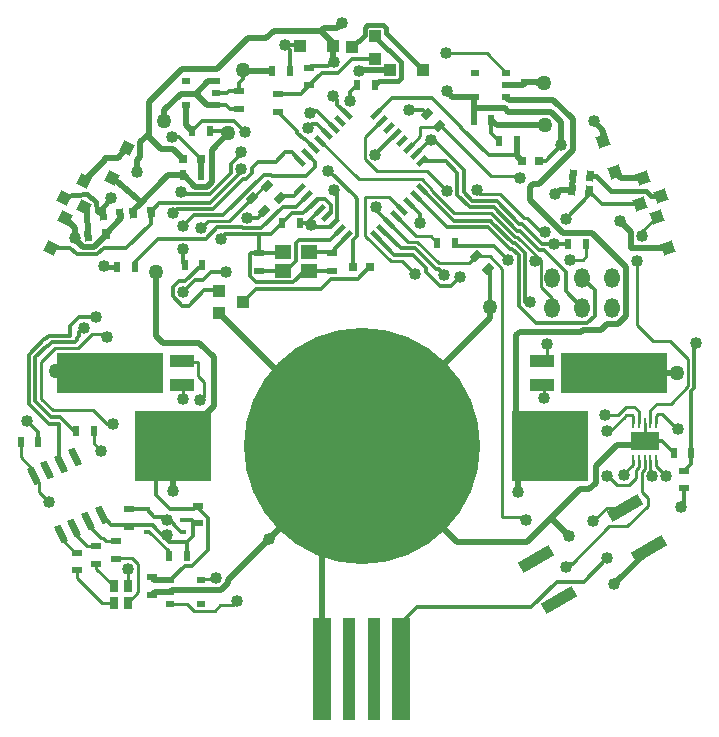
<source format=gtl>
%FSLAX25Y25*%
%MOIN*%
G70*
G01*
G75*
G04 Layer_Physical_Order=1*
G04 Layer_Color=255*
%ADD10R,0.04331X0.33858*%
%ADD11R,0.05906X0.33858*%
G04:AMPARAMS|DCode=12|XSize=118.11mil|YSize=39.37mil|CornerRadius=0mil|HoleSize=0mil|Usage=FLASHONLY|Rotation=210.000|XOffset=0mil|YOffset=0mil|HoleType=Round|Shape=Rectangle|*
%AMROTATEDRECTD12*
4,1,4,0.04130,0.04658,0.06099,0.01248,-0.04130,-0.04658,-0.06099,-0.01248,0.04130,0.04658,0.0*
%
%ADD12ROTATEDRECTD12*%

G04:AMPARAMS|DCode=13|XSize=39.37mil|YSize=15.75mil|CornerRadius=0mil|HoleSize=0mil|Usage=FLASHONLY|Rotation=315.000|XOffset=0mil|YOffset=0mil|HoleType=Round|Shape=Rectangle|*
%AMROTATEDRECTD13*
4,1,4,-0.01949,0.00835,-0.00835,0.01949,0.01949,-0.00835,0.00835,-0.01949,-0.01949,0.00835,0.0*
%
%ADD13ROTATEDRECTD13*%

G04:AMPARAMS|DCode=14|XSize=39.37mil|YSize=15.75mil|CornerRadius=0mil|HoleSize=0mil|Usage=FLASHONLY|Rotation=225.000|XOffset=0mil|YOffset=0mil|HoleType=Round|Shape=Rectangle|*
%AMROTATEDRECTD14*
4,1,4,0.00835,0.01949,0.01949,0.00835,-0.00835,-0.01949,-0.01949,-0.00835,0.00835,0.01949,0.0*
%
%ADD14ROTATEDRECTD14*%

%ADD15R,0.02362X0.01575*%
%ADD16R,0.25590X0.23622*%
%ADD17C,0.78740*%
%ADD18R,0.02362X0.03543*%
%ADD19R,0.03543X0.02362*%
%ADD20R,0.07874X0.03937*%
%ADD21R,0.35433X0.13386*%
G04:AMPARAMS|DCode=22|XSize=23.62mil|YSize=35.43mil|CornerRadius=0mil|HoleSize=0mil|Usage=FLASHONLY|Rotation=176.000|XOffset=0mil|YOffset=0mil|HoleType=Round|Shape=Rectangle|*
%AMROTATEDRECTD22*
4,1,4,0.01302,0.01685,0.01055,-0.01850,-0.01302,-0.01685,-0.01055,0.01850,0.01302,0.01685,0.0*
%
%ADD22ROTATEDRECTD22*%

G04:AMPARAMS|DCode=23|XSize=23.62mil|YSize=35.43mil|CornerRadius=0mil|HoleSize=0mil|Usage=FLASHONLY|Rotation=135.000|XOffset=0mil|YOffset=0mil|HoleType=Round|Shape=Rectangle|*
%AMROTATEDRECTD23*
4,1,4,0.02088,0.00418,-0.00418,-0.02088,-0.02088,-0.00418,0.00418,0.02088,0.02088,0.00418,0.0*
%
%ADD23ROTATEDRECTD23*%

G04:AMPARAMS|DCode=24|XSize=23.62mil|YSize=35.43mil|CornerRadius=0mil|HoleSize=0mil|Usage=FLASHONLY|Rotation=4.000|XOffset=0mil|YOffset=0mil|HoleType=Round|Shape=Rectangle|*
%AMROTATEDRECTD24*
4,1,4,-0.01055,-0.01850,-0.01302,0.01685,0.01055,0.01850,0.01302,-0.01685,-0.01055,-0.01850,0.0*
%
%ADD24ROTATEDRECTD24*%

%ADD25R,0.03937X0.03937*%
%ADD26P,0.05568X4X379.0*%
%ADD27P,0.05568X4X65.0*%
%ADD28R,0.05512X0.04724*%
%ADD29R,0.03150X0.02165*%
G04:AMPARAMS|DCode=30|XSize=23.62mil|YSize=61.02mil|CornerRadius=0mil|HoleSize=0mil|Usage=FLASHONLY|Rotation=25.000|XOffset=0mil|YOffset=0mil|HoleType=Round|Shape=Rectangle|*
%AMROTATEDRECTD30*
4,1,4,0.00219,-0.03265,-0.02360,0.02266,-0.00219,0.03265,0.02360,-0.02266,0.00219,-0.03265,0.0*
%
%ADD30ROTATEDRECTD30*%

%ADD31R,0.00984X0.03347*%
%ADD32R,0.09370X0.06496*%
%ADD33R,0.03150X0.03150*%
%ADD34R,0.02756X0.03937*%
%ADD35R,0.03937X0.03937*%
%ADD36P,0.05568X4X109.0*%
%ADD37P,0.05568X4X335.0*%
%ADD38C,0.02000*%
%ADD39C,0.01200*%
%ADD40C,0.01000*%
%ADD41C,0.01800*%
%ADD42C,0.01500*%
%ADD43O,0.05118X0.06693*%
%ADD44R,0.00394X0.00394*%
%ADD45C,0.04000*%
%ADD46C,0.05000*%
G54D10*
X395866Y141350D02*
D03*
X404134D02*
D03*
G54D11*
X413189D02*
D03*
X386811D02*
D03*
G54D12*
X457999Y177742D02*
D03*
X487833Y194967D02*
D03*
X495707Y181329D02*
D03*
X465873Y164104D02*
D03*
G54D13*
X379578Y310533D02*
D03*
X381805Y312760D02*
D03*
X384032Y314987D02*
D03*
X386259Y317214D02*
D03*
X388486Y319441D02*
D03*
X390713Y321668D02*
D03*
X392940Y323895D02*
D03*
X395167Y326122D02*
D03*
X420222Y301067D02*
D03*
X417995Y298840D02*
D03*
X415768Y296613D02*
D03*
X413541Y294386D02*
D03*
X411314Y292159D02*
D03*
X409087Y289932D02*
D03*
X406860Y287705D02*
D03*
X404633Y285478D02*
D03*
G54D14*
X404633Y326122D02*
D03*
X406860Y323895D02*
D03*
X409087Y321668D02*
D03*
X411314Y319441D02*
D03*
X413541Y317214D02*
D03*
X415768Y314987D02*
D03*
X417995Y312760D02*
D03*
X420222Y310533D02*
D03*
X395167Y285478D02*
D03*
X392940Y287705D02*
D03*
X390713Y289932D02*
D03*
X388486Y292159D02*
D03*
X386259Y294386D02*
D03*
X384032Y296613D02*
D03*
X381805Y298840D02*
D03*
X379578Y301067D02*
D03*
G54D15*
X328495Y187060D02*
D03*
X328306Y194540D02*
D03*
X340305D02*
D03*
Y187060D02*
D03*
Y190800D02*
D03*
G54D16*
X337205Y215400D02*
D03*
X462795D02*
D03*
G54D17*
X400000D02*
D03*
G54D18*
X286347Y216800D02*
D03*
X292253D02*
D03*
X304747Y220700D02*
D03*
X310653D02*
D03*
X335747Y178900D02*
D03*
X341653D02*
D03*
X509953Y213200D02*
D03*
X504047D02*
D03*
X474853Y282900D02*
D03*
X468947D02*
D03*
X431153Y283300D02*
D03*
X425247D02*
D03*
X443253Y324300D02*
D03*
X437347D02*
D03*
X451853Y317300D02*
D03*
X445947D02*
D03*
X376053Y340500D02*
D03*
X370147D02*
D03*
X343447Y320500D02*
D03*
X349353D02*
D03*
X340547Y305800D02*
D03*
X346453D02*
D03*
X373447Y289900D02*
D03*
X379353D02*
D03*
X341047Y276000D02*
D03*
X346953D02*
D03*
X324453Y275200D02*
D03*
X318547D02*
D03*
X398547Y336000D02*
D03*
X404453D02*
D03*
G54D19*
X305100Y174147D02*
D03*
Y180053D02*
D03*
X311500Y182253D02*
D03*
Y176347D02*
D03*
X318100Y177847D02*
D03*
Y183753D02*
D03*
X330000Y171753D02*
D03*
Y165847D02*
D03*
X345400Y195653D02*
D03*
Y189747D02*
D03*
X322300Y188547D02*
D03*
Y194453D02*
D03*
X507600Y201447D02*
D03*
Y207353D02*
D03*
X454700Y336953D02*
D03*
Y331047D02*
D03*
X382600Y335747D02*
D03*
Y341653D02*
D03*
X372200Y332953D02*
D03*
Y327047D02*
D03*
X359100Y328047D02*
D03*
Y333953D02*
D03*
X365900Y279953D02*
D03*
Y274047D02*
D03*
X390000Y279953D02*
D03*
Y274047D02*
D03*
G54D20*
X340000Y243937D02*
D03*
Y236063D02*
D03*
X460000D02*
D03*
Y243937D02*
D03*
G54D21*
X315984Y240000D02*
D03*
X484016D02*
D03*
G54D22*
X475913Y300473D02*
D03*
X470022Y300885D02*
D03*
X470378Y305973D02*
D03*
X476269Y305561D02*
D03*
G54D23*
X442288Y274612D02*
D03*
X438112Y278788D02*
D03*
X421712Y326288D02*
D03*
X425888Y322112D02*
D03*
X368612Y302388D02*
D03*
X372788Y298212D02*
D03*
X363412Y298088D02*
D03*
X367588Y293912D02*
D03*
G54D24*
X314815Y286070D02*
D03*
X308924Y285658D02*
D03*
X313665Y292405D02*
D03*
X319556Y292817D02*
D03*
X323826Y293316D02*
D03*
X329717Y293728D02*
D03*
G54D25*
X352426Y259760D02*
D03*
Y267240D02*
D03*
X360300Y263500D02*
D03*
X404581Y352181D02*
D03*
Y344701D02*
D03*
X396707Y348441D02*
D03*
G54D26*
X307469Y303818D02*
D03*
X300656Y298380D02*
D03*
X307379Y295101D02*
D03*
G54D27*
X493643Y304927D02*
D03*
X492822Y296249D02*
D03*
X499851Y298807D02*
D03*
G54D28*
X373869Y273950D02*
D03*
X382531D02*
D03*
Y280250D02*
D03*
X373869D02*
D03*
G54D29*
X336182Y166900D02*
D03*
Y170837D02*
D03*
Y162963D02*
D03*
X346418D02*
D03*
Y170837D02*
D03*
X341382Y329263D02*
D03*
Y337137D02*
D03*
X351618D02*
D03*
Y329263D02*
D03*
Y333200D02*
D03*
X437882Y332063D02*
D03*
Y339937D02*
D03*
X448118D02*
D03*
Y332063D02*
D03*
Y336000D02*
D03*
G54D30*
X299695Y186196D02*
D03*
X304227Y188310D02*
D03*
X308758Y190423D02*
D03*
X313290Y192536D02*
D03*
X304305Y211804D02*
D03*
X299773Y209690D02*
D03*
X295242Y207577D02*
D03*
X290710Y205464D02*
D03*
G54D31*
X498237Y223202D02*
D03*
X496269D02*
D03*
X494300D02*
D03*
X492332D02*
D03*
X490363D02*
D03*
Y210998D02*
D03*
X492332D02*
D03*
X494300D02*
D03*
X496269D02*
D03*
X498237D02*
D03*
G54D32*
X494300Y217100D02*
D03*
G54D33*
X340600Y311100D02*
D03*
X346505D02*
D03*
X453300Y310700D02*
D03*
X459205D02*
D03*
X397000Y275300D02*
D03*
X402906D02*
D03*
G54D34*
X317338Y168756D02*
D03*
Y163244D02*
D03*
X322062D02*
D03*
Y168756D02*
D03*
G54D35*
X390512Y349000D02*
D03*
X379488D02*
D03*
X409488Y340800D02*
D03*
X420512D02*
D03*
G54D36*
X296380Y281500D02*
D03*
X301213Y291407D02*
D03*
X321734Y314777D02*
D03*
X316902Y304869D02*
D03*
G54D37*
X502102Y281490D02*
D03*
X498332Y291849D02*
D03*
X480612Y317322D02*
D03*
X484382Y306963D02*
D03*
G54D38*
X465169Y288615D02*
X467213Y286572D01*
X465000Y288615D02*
X465169D01*
X323787Y293878D02*
X326380Y296861D01*
X317148Y304886D02*
X326380Y296861D01*
X316901Y304869D02*
X317148Y304886D01*
X467213Y286572D02*
X476821D01*
X456200Y297415D02*
X465000Y288615D01*
X456200Y297415D02*
Y301900D01*
X457200Y302900D01*
X428512Y333800D02*
X430249Y332063D01*
X428300Y333800D02*
X428512D01*
X391900Y354900D02*
X393600Y356600D01*
X387475Y354900D02*
X391900D01*
X399200Y340700D02*
X399300Y340800D01*
X409488D01*
X361100Y340500D02*
X370147D01*
X386543Y353969D02*
X390512Y350000D01*
Y343788D02*
Y349000D01*
X307379Y295101D02*
X308321Y294282D01*
X308924Y285658D01*
X319556Y292817D02*
X319640Y291620D01*
X314815Y286070D02*
X319640Y291620D01*
X337000Y314700D02*
X340600Y311100D01*
X333000Y314700D02*
X337000D01*
X329000Y318700D02*
X333000Y314700D01*
X323787Y293878D02*
X323826Y293316D01*
X396892Y275300D02*
X397000D01*
X331600Y252300D02*
X333925Y249975D01*
X345925D02*
X350700Y245200D01*
X333925Y249975D02*
X345925D01*
X301207Y291483D02*
X301213Y291407D01*
X488059Y258866D02*
Y275333D01*
X476821Y286572D02*
X488059Y275333D01*
X463853Y331047D02*
X470400Y324500D01*
X351947Y341347D02*
X362066Y351466D01*
X368248D01*
X370751Y353969D01*
X479653Y254153D02*
X481753Y256254D01*
X473825Y254153D02*
X479653D01*
X481753Y256254D02*
X485447D01*
X488059Y258866D01*
X452700Y253600D02*
X473271D01*
X473825Y254153D01*
X340672Y305800D02*
X344443Y302028D01*
X350080Y314380D02*
X355600Y319900D01*
X454700Y336953D02*
X454747Y337000D01*
X453747Y336000D02*
X454700Y336953D01*
X448118Y336000D02*
X453747D01*
X454747Y337000D02*
X458100D01*
X458700Y336400D01*
X460900D01*
X344761Y333000D02*
X348498Y329263D01*
X351618D01*
X344761Y333000D02*
X348898Y337137D01*
X337205Y215400D02*
X350700Y228895D01*
X454700Y331047D02*
X463853D01*
X451600Y226595D02*
X462795Y215400D01*
X485000Y216000D02*
X493200D01*
X494300Y217100D01*
X451600Y226595D02*
Y252500D01*
X400000Y215400D02*
X442900Y258300D01*
Y261800D01*
X484016Y240000D02*
X505000D01*
X350700Y228895D02*
Y245200D01*
X386811Y142532D02*
Y163189D01*
X386700Y163300D02*
X386811Y163189D01*
X386700Y163300D02*
Y202100D01*
X331600Y252300D02*
Y273600D01*
X341382Y322565D02*
Y329263D01*
Y322565D02*
X343447Y320500D01*
X346453Y305800D02*
Y311047D01*
X346505Y311100D01*
X451600Y252500D02*
X452700Y253600D01*
X348898Y337137D02*
X351618D01*
X449134Y331047D02*
X454700D01*
X448118Y332063D02*
X449134Y331047D01*
X339633Y333000D02*
X344761D01*
X334200Y327567D02*
X339633Y333000D01*
X334200Y324000D02*
Y327567D01*
X338979Y340220D02*
X339126D01*
X340253Y341347D01*
X351947D01*
X437347Y331528D02*
X437882Y332063D01*
X430249D02*
X437882D01*
X337205Y200495D02*
Y215400D01*
X437347Y328300D02*
X447639D01*
X448939Y327000D01*
X463064D01*
X466600Y323464D01*
Y315800D02*
Y323464D01*
X437347Y324300D02*
Y328300D01*
Y331528D01*
X445053Y322500D02*
X461200D01*
X443253Y324300D02*
X445053Y322500D01*
X451853Y312147D02*
Y317300D01*
Y312147D02*
X453300Y310700D01*
X344443Y302028D02*
X348462D01*
X350080Y303646D01*
Y314380D01*
X386700Y161611D02*
Y163300D01*
X370751Y353969D02*
X386543D01*
X387475Y354900D01*
X452100Y200300D02*
Y204705D01*
X462795Y215400D01*
X465582Y212613D01*
X390512Y343788D02*
X390800Y343500D01*
X329000Y330241D02*
X338979Y340220D01*
X470500Y314185D02*
Y317515D01*
X470400Y317615D02*
Y324500D01*
X486418Y304927D02*
X493643D01*
X484382Y306963D02*
X486418Y304927D01*
X457200Y302900D02*
X459215D01*
X470500Y314185D01*
X480612Y317322D02*
Y320488D01*
X477300Y323800D02*
X480612Y320488D01*
X464600Y299500D02*
X465985Y300885D01*
X470022D01*
Y300885D02*
Y300885D01*
X470378Y305973D01*
X486000Y290500D02*
X489700Y286800D01*
Y281700D02*
Y286800D01*
Y281700D02*
X489910Y281490D01*
X502102D01*
X318657Y311700D02*
X321734Y314777D01*
X314400Y311700D02*
X318657D01*
X314400Y310748D02*
Y311700D01*
X307469Y303818D02*
X314400Y310748D01*
X325039Y295318D02*
X335521Y305800D01*
X340547D01*
X326266Y316966D02*
X329000Y319700D01*
X326266Y311917D02*
Y316966D01*
X325100Y310751D02*
X326266Y311917D01*
X325100Y306800D02*
Y310751D01*
X304354Y285000D02*
Y288267D01*
X301213Y291407D02*
X304354Y288267D01*
X329000Y318700D02*
Y319700D01*
Y330241D01*
X304354Y284637D02*
Y285000D01*
Y284637D02*
X307082Y281908D01*
X310848D01*
X314815Y285875D01*
Y286070D01*
X369100Y184500D02*
X386700Y202100D01*
X400000Y215400D01*
X331053Y166900D02*
X336182D01*
X330000Y165847D02*
X331053Y166900D01*
X330916Y170837D02*
X336182D01*
X330000Y171753D02*
X330916Y170837D01*
X336182Y166900D02*
X336782Y167500D01*
X353215D01*
X355500Y169785D01*
Y170900D01*
X369100Y184500D01*
X472800Y201100D02*
X475789D01*
X478000Y203311D01*
Y209000D01*
X485000Y216000D01*
X431850Y183550D02*
X455250D01*
X400000Y215400D02*
X431850Y183550D01*
X463600Y191100D02*
Y191900D01*
Y191100D02*
X469000Y185700D01*
X484200Y169500D02*
X495707Y181007D01*
Y181329D01*
X455250Y183550D02*
X463600Y191900D01*
X472800Y201100D01*
X400000Y247900D02*
X404000Y251900D01*
X400000Y215400D02*
Y247900D01*
X352426Y259760D02*
X396786Y215400D01*
X400000D01*
X389250Y307300D02*
X389815D01*
G54D39*
X436950Y297300D02*
X445066D01*
X434100Y300150D02*
X436950Y297300D01*
X436080Y295200D02*
X444012D01*
X431930Y299351D02*
X436080Y295200D01*
X434100Y300150D02*
Y307530D01*
X424530Y317100D02*
X434100Y307530D01*
X431930Y299351D02*
Y306730D01*
X428128Y310533D02*
X431930Y306730D01*
X430800Y290500D02*
X443000D01*
X442228Y288400D02*
X449428Y281200D01*
X428436Y288400D02*
X442228D01*
X417995Y298840D02*
X428436Y288400D01*
X430100Y291200D02*
X430800Y290500D01*
X430090Y291200D02*
X430100D01*
X420222Y301067D02*
X430090Y291200D01*
X420222Y310533D02*
X428128D01*
X422500Y317100D02*
X424530D01*
X347528Y267580D02*
X352500D01*
X420600Y327400D02*
X421712Y326288D01*
X415800Y327400D02*
X420600D01*
X444124Y282376D02*
X448800Y277700D01*
X432077Y282376D02*
X444124D01*
X431153Y283300D02*
X432077Y282376D01*
X425700Y274400D02*
X427600Y272500D01*
X424872Y274400D02*
X425700D01*
X417872Y281400D02*
X424872Y274400D01*
X413165Y281400D02*
X417872D01*
X421400Y273609D02*
Y274800D01*
X417000Y279200D02*
X421400Y274800D01*
X412253Y279200D02*
X417000D01*
X396000Y330600D02*
Y333453D01*
X398547Y336000D01*
X361100Y340500D02*
X361372Y340228D01*
X360600Y341000D02*
X361100Y340500D01*
X379488Y350000D02*
X379953D01*
X379388Y349100D02*
X379488Y349000D01*
X374500Y349100D02*
X379388D01*
X374500D02*
X376053Y347547D01*
Y340500D02*
Y347547D01*
X388824Y342100D02*
X390512Y343788D01*
X383047Y342100D02*
X388824D01*
X382600Y341653D02*
X383047Y342100D01*
X396951Y344701D02*
X404581D01*
X392250Y340000D02*
X396951Y344701D01*
X386853Y340000D02*
X392250D01*
X382600Y335747D02*
X386853Y340000D01*
X379805Y332953D02*
X382600Y335747D01*
X372200Y332953D02*
X379805D01*
X372200Y327047D02*
X378600Y320647D01*
X353100Y284600D02*
X354600Y286100D01*
X351850Y288400D02*
X360250D01*
X348050Y284600D02*
X351850Y288400D01*
X349900Y273600D02*
X354700D01*
X347096Y270796D02*
X349900Y273600D01*
X344396Y270796D02*
X347096D01*
X403428Y343547D02*
X404581Y344701D01*
X403400Y343547D02*
X403428D01*
X457993Y256653D02*
X475281D01*
X477659Y259031D01*
X413189Y156689D02*
X418300Y161800D01*
X413189Y154811D02*
Y156689D01*
X443253Y290346D02*
X450298Y283300D01*
X444077Y295178D02*
X451955Y287300D01*
X349353Y320500D02*
X355000D01*
X355953Y333953D02*
X359100D01*
X355200Y333200D02*
X355953Y333953D01*
X351618Y333200D02*
X355200D01*
X359100Y333953D02*
Y336400D01*
X360600Y337900D01*
Y341000D01*
X356053Y328047D02*
X359100D01*
X354837Y329263D02*
X356053Y328047D01*
X351618Y329263D02*
X354837D01*
X331500Y209695D02*
X337205Y215400D01*
X331500Y199080D02*
Y209695D01*
Y199080D02*
X336040Y194540D01*
X340305D01*
X404633Y285478D02*
X410884Y279227D01*
X412227D01*
X412253Y279200D01*
X406860Y287705D02*
X413165Y281400D01*
X421400Y273609D02*
X426109Y268900D01*
X429800D02*
X432700Y271800D01*
X426109Y268900D02*
X429800D01*
X306400Y254100D02*
X307300Y255000D01*
X374400Y313400D02*
X376710D01*
X379578Y310533D01*
X328306Y194540D02*
X330946Y191900D01*
X337524Y189350D02*
Y189576D01*
X339814Y187060D02*
X340305D01*
X337524Y189350D02*
X339814Y187060D01*
X341653Y178900D02*
Y183553D01*
X413189Y142532D02*
Y154811D01*
X412900Y155100D02*
X413189Y154811D01*
X330946Y191900D02*
X334000D01*
X335000Y190900D01*
X343300Y190800D02*
X343751Y190349D01*
X341653Y183553D02*
X341800Y183700D01*
X343751Y185651D01*
X335900Y183700D02*
X341800D01*
X340305Y190800D02*
X343300D01*
X382600Y290727D02*
X386259Y294386D01*
X388486Y292159D02*
Y292186D01*
X389392Y288610D02*
X390713Y289932D01*
X384717Y288610D02*
X389392D01*
X382600Y290727D02*
X384717Y288610D01*
X357300Y324000D02*
X361100Y320200D01*
X346947Y324000D02*
X357300D01*
X343447Y320500D02*
X346947Y324000D01*
X442900Y261800D02*
Y274000D01*
X442288Y274612D02*
X442900Y274000D01*
X415768Y296613D02*
X419600Y292781D01*
Y289800D02*
Y292781D01*
X360600Y341000D02*
X360882Y341282D01*
X417995Y312760D02*
X422335Y317100D01*
X422500D01*
X423000Y317600D01*
X442411Y312400D02*
X451600D01*
X433200Y321611D02*
X442411Y312400D01*
X433200Y321611D02*
Y321825D01*
X423525Y331500D02*
X433200Y321825D01*
X404633Y326122D02*
X410010Y331500D01*
X423525D01*
X461500Y310700D02*
X466600Y315800D01*
X459205Y310700D02*
X461500D01*
X374500Y349100D02*
X375400Y350000D01*
X390600Y332100D02*
X391900Y330800D01*
Y329300D02*
Y330800D01*
Y329300D02*
X395078Y326122D01*
X395167D01*
X385281Y327100D02*
X390713Y321668D01*
X383400Y327100D02*
X385281D01*
X382800Y326500D02*
X383400Y327100D01*
X336900Y318600D02*
X339005D01*
X346505Y311100D01*
X388359Y319441D02*
X388486D01*
X385000Y322800D02*
X388359Y319441D01*
X383400Y322800D02*
X385000D01*
X382100Y321500D02*
X383400Y322800D01*
X411241Y319441D02*
X411314D01*
X404500Y312700D02*
X411241Y319441D01*
X443253Y319994D02*
Y324300D01*
Y319994D02*
X445947Y317300D01*
X451600Y312400D02*
X451853Y312147D01*
X340305Y194540D02*
X344287D01*
X345400Y195653D01*
X473600Y271500D02*
X477659Y267441D01*
Y259031D02*
Y267441D01*
X455252Y262848D02*
X456000Y263596D01*
X454600Y263500D02*
X455252Y262848D01*
X361900Y291700D02*
Y292100D01*
X449428Y281200D02*
X450250D01*
X450298Y283300D02*
X451120D01*
X451955Y287300D02*
X452776D01*
X452613Y289612D02*
X453435D01*
X445066Y297159D02*
X452613Y289612D01*
X337100Y293100D02*
X338500Y294500D01*
X350551D01*
X358251Y302200D01*
X354600Y286100D02*
X369647D01*
X378236Y295272D02*
X381805Y298840D01*
X376719Y293172D02*
X380590D01*
X384032Y296613D01*
X373447Y289900D02*
X376719Y293172D01*
X379353Y289900D02*
X381773D01*
X360250Y288400D02*
X360450Y288200D01*
X389347Y284112D02*
X392940Y287705D01*
X379153Y284112D02*
X389347D01*
X373869Y273950D02*
X374810D01*
X390000Y280310D02*
X395167Y285478D01*
X382591Y280310D02*
X390000D01*
X382628Y274047D02*
X390000D01*
X365997Y273950D02*
X373869D01*
X365900Y279953D02*
Y285530D01*
X340500Y266900D02*
X344396Y270796D01*
X381109Y273950D02*
X382531D01*
X377246Y270088D02*
X381109Y273950D01*
X362628Y272245D02*
Y279472D01*
X364785Y270088D02*
X377246D01*
X362628Y272245D02*
X364785Y270088D01*
X362628Y279472D02*
X363109Y279953D01*
X365900D01*
X378125Y283084D02*
X379153Y284112D01*
X378125Y277266D02*
Y283084D01*
X374810Y273950D02*
X378125Y277266D01*
X365900Y279953D02*
X373572D01*
X311500Y258500D02*
X311600Y258600D01*
X305850Y258500D02*
X311500D01*
X302950Y255600D02*
X305850Y258500D01*
X468000Y267100D02*
Y273628D01*
Y267100D02*
X473600Y261500D01*
X464200Y282900D02*
X468947D01*
X304047Y220700D02*
X304747D01*
X299600Y225147D02*
X304047Y220700D01*
X291200Y230477D02*
Y245170D01*
Y230477D02*
X296530Y225147D01*
X299600D01*
X299773Y209690D02*
Y211027D01*
X299000Y211800D02*
X299773Y211027D01*
X299000Y211800D02*
Y222777D01*
X298730Y223047D02*
X299000Y222777D01*
X295660Y223047D02*
X298730D01*
X289100Y229608D02*
X295660Y223047D01*
X289100Y229608D02*
Y246040D01*
X292253Y216800D02*
Y220247D01*
X288600Y223900D02*
X292253Y220247D01*
X322300Y194453D02*
X328218D01*
X331276Y188324D02*
Y188369D01*
X330297Y189347D02*
X331276Y188369D01*
X313290Y192536D02*
X316478Y189347D01*
X331276Y188369D02*
Y188510D01*
X316478Y189347D02*
X330297D01*
X305800Y252300D02*
Y253500D01*
X289100Y246040D02*
X294160Y251100D01*
X291200Y245170D02*
X295030Y249000D01*
X305050Y250880D02*
Y251550D01*
X305800Y252300D01*
X295030Y249000D02*
X295484D01*
X296777Y250293D01*
X304463D01*
X305050Y250880D01*
X302950Y252393D02*
Y255600D01*
X295907Y252393D02*
X302950D01*
X294614Y251100D02*
X295907Y252393D01*
X294160Y251100D02*
X294614D01*
X339800Y300100D02*
X340372Y299528D01*
X349498D01*
X356400Y306431D01*
Y309450D01*
X359900Y312950D02*
Y313400D01*
X356400Y309450D02*
X359900Y312950D01*
X332589Y296600D02*
X349539D01*
X359900Y306961D01*
Y308000D01*
X365400Y310300D02*
X371300D01*
X374400Y313400D01*
X358251Y302200D02*
Y302341D01*
X360409Y304500D01*
X361350D01*
X363400Y306550D01*
Y308300D01*
X365400Y310300D01*
X377400Y298890D02*
X379578Y301067D01*
X372788Y298890D02*
X377400D01*
X450250Y281200D02*
X452300Y279150D01*
X451120Y283300D02*
X454400Y280020D01*
X452776Y287300D02*
X459276Y280800D01*
X453435Y289612D02*
X460146Y282900D01*
X464200D01*
X459276Y280800D02*
X460828D01*
X468000Y273628D01*
X452300Y262346D02*
Y279150D01*
Y262346D02*
X457993Y256653D01*
X454400Y263796D02*
X454600Y263596D01*
X454400Y263796D02*
Y280020D01*
X507600Y207353D02*
X509953Y209705D01*
Y213200D01*
X500147Y217100D02*
X504047Y213200D01*
X494300Y217100D02*
X500147D01*
X509953Y213200D02*
Y233824D01*
X510900Y234772D01*
X335600Y191500D02*
X337524Y189576D01*
X300656Y298380D02*
X301072Y298859D01*
X388486Y292186D02*
X389808Y293508D01*
Y295884D01*
X384032Y296613D02*
X385353Y297935D01*
X387757D01*
X389808Y295884D01*
X390713Y289932D02*
X391935Y291154D01*
Y299665D01*
X390700Y300900D02*
X391935Y299665D01*
X365376Y291700D02*
X367588Y293912D01*
X361900Y291700D02*
X365376D01*
X369647Y286100D02*
X373447Y289900D01*
X373639Y295272D02*
X378236D01*
X360450Y288200D02*
X366567D01*
X373639Y295272D01*
X381805Y312760D02*
X384500Y310065D01*
Y308700D02*
Y310065D01*
X381400Y305600D02*
X384500Y308700D01*
X370027Y305600D02*
X381400D01*
X369651Y305976D02*
X370027Y305600D01*
X344000Y292400D02*
X353932D01*
X340500Y288900D02*
X344000Y292400D01*
X367508Y305976D02*
X369651D01*
X353932Y292400D02*
X367508Y305976D01*
X340400Y276647D02*
Y281100D01*
Y276647D02*
X341047Y276000D01*
X346630D02*
X346953D01*
X341030Y270400D02*
X346630Y276000D01*
X339050Y270400D02*
X341030D01*
X337000Y265450D02*
Y268500D01*
Y265450D02*
X340079Y262372D01*
X337150Y268500D02*
X339050Y270400D01*
X378600Y320050D02*
Y320647D01*
Y320050D02*
X380650Y318000D01*
X381019D01*
X384032Y314987D01*
X480138Y296249D02*
X492822D01*
X475913Y300473D02*
X480138Y296249D01*
X468000Y291300D02*
X475913Y299213D01*
Y300473D01*
X329717Y293728D02*
X332589Y296600D01*
X313975Y281500D02*
X321500D01*
X329717Y289717D01*
Y293728D01*
X313986Y286012D02*
X314815Y286070D01*
X332090Y284600D02*
X348050D01*
X324191Y276701D02*
X332090Y284600D01*
X296380Y281500D02*
X302904D01*
X304995Y279408D01*
X311883D01*
X313975Y281500D01*
X345400Y194821D02*
Y195653D01*
Y194821D02*
X348672Y191550D01*
X340973Y175628D02*
X343455D01*
X336182Y170837D02*
X340973Y175628D01*
X348672Y180845D02*
Y191550D01*
X343455Y175628D02*
X348672Y180845D01*
X343751Y185651D02*
Y190349D01*
X331276Y188324D02*
X335900Y183700D01*
X418300Y161800D02*
X456597D01*
X465059Y170262D01*
X473962D01*
X481800Y178100D01*
X506600Y195200D02*
X507600Y196200D01*
Y201447D01*
X468200Y175100D02*
X469400Y176300D01*
X470000D01*
X510900Y249200D02*
X511500Y249800D01*
X510900Y234772D02*
Y249200D01*
X340079Y262372D02*
X342319D01*
X347528Y267580D01*
X360300Y263500D02*
X364788Y267988D01*
X386422D01*
X389800Y271366D01*
X398766D01*
X402200Y274800D01*
X397000Y275300D02*
Y284075D01*
X398616Y285691D01*
X388900Y307300D02*
X389250D01*
X398616Y285691D02*
Y297934D01*
X389250Y307300D02*
X397800Y298750D01*
X398616Y297934D01*
G54D40*
X430918Y293200D02*
X443226D01*
X451126Y285300D01*
X438300Y300900D02*
X439500Y299700D01*
X446060D01*
X454149Y291612D01*
X423571Y300547D02*
X430918Y293200D01*
X421743Y307184D02*
X428430Y300497D01*
X423571Y300547D02*
Y300812D01*
X405208Y307184D02*
X421743D01*
X419967Y304416D02*
X423571Y300812D01*
X498231Y290410D02*
X498332Y291849D01*
X452300Y305400D02*
X452900Y304800D01*
X443247Y305400D02*
X452300D01*
X426647Y322000D02*
X443247Y305400D01*
X419600Y322000D02*
X426647D01*
X423147Y285400D02*
X425247Y283300D01*
X418073Y285400D02*
X423147D01*
X435724Y276400D02*
X438112Y278788D01*
X425700Y276400D02*
X435724D01*
X418600Y283500D02*
X425700Y276400D01*
X415519Y283500D02*
X418600D01*
X286347Y211753D02*
Y216800D01*
X415768Y314987D02*
X419600Y318819D01*
Y322000D01*
X401100Y318500D02*
X406495Y323895D01*
X401100Y311292D02*
X405208Y307184D01*
X401100Y311292D02*
Y318500D01*
X454149Y291612D02*
X455203D01*
X459815Y287000D01*
X461100D01*
X496269Y227668D02*
X498300Y229700D01*
X496269Y223202D02*
Y227668D01*
X494300Y217100D02*
Y223202D01*
X492332Y223202D02*
Y227068D01*
X490700Y228700D02*
X492332Y227068D01*
X488130Y228700D02*
X490700D01*
X485700Y226200D02*
Y226270D01*
X488130Y228700D01*
X485400Y225900D02*
X485700Y226200D01*
X481100Y225900D02*
X485400D01*
X498237Y223202D02*
Y225637D01*
X498800Y226200D01*
X500100D01*
X505200Y221100D01*
X505600D01*
X340300Y231100D02*
Y235763D01*
X340000Y236063D02*
X340300Y235763D01*
X346200Y230900D02*
X347300Y232000D01*
Y236790D01*
X345300Y238790D02*
X347300Y236790D01*
X345300Y238790D02*
Y243600D01*
X340337D02*
X345300D01*
X340000Y243937D02*
X340337Y243600D01*
X498237Y208763D02*
Y210998D01*
Y208763D02*
X501600Y205400D01*
X461800Y245737D02*
Y249600D01*
X460000Y243937D02*
X461800Y245737D01*
X460700Y231700D02*
Y235363D01*
X460000Y236063D02*
X460700Y235363D01*
X438112Y278788D02*
X442739D01*
X446900Y274627D01*
X395866Y144500D02*
Y155534D01*
X395800Y155600D02*
X395866Y155534D01*
X404134Y144500D02*
Y155366D01*
X404100Y155400D02*
X404134Y155366D01*
X335747Y178900D02*
Y180502D01*
X329190Y187060D02*
X335747Y180502D01*
X328495Y187060D02*
X329190D01*
X490363Y223202D02*
Y225637D01*
X490000Y226000D02*
X490363Y225637D01*
X488259Y226000D02*
X490000D01*
X487700Y225441D02*
X488259Y226000D01*
X487700Y225372D02*
Y225441D01*
X482828Y220500D02*
X487700Y225372D01*
X481800Y220500D02*
X482828D01*
X413591Y277100D02*
X417800Y272891D01*
X409775Y277100D02*
X413591D01*
X401184Y285691D02*
X409775Y277100D01*
X386259Y317214D02*
X398957Y304516D01*
X404700Y294319D02*
X409087Y289932D01*
X404700Y294319D02*
Y295200D01*
X428000Y346400D02*
X441655D01*
X448118Y339937D01*
X409087Y289932D02*
X415519Y283500D01*
X398957Y304516D02*
X419602D01*
X419702Y304416D01*
X419967D01*
X409227Y298700D02*
X413541Y294386D01*
X401184Y285691D02*
Y298716D01*
X401200Y298700D01*
X409227D01*
X411314Y292159D02*
X418073Y285400D01*
X463600Y261500D02*
Y264740D01*
X459641Y268699D02*
X463600Y264740D01*
X451126Y285300D02*
X451948D01*
X459641Y277607D01*
X469600Y277500D02*
X469800Y277700D01*
X473800D01*
X474853Y278753D01*
Y282900D01*
X459641Y268699D02*
Y277100D01*
Y277607D01*
X310653Y216447D02*
Y220700D01*
Y216447D02*
X313100Y214000D01*
X313356Y163244D02*
X317338D01*
X305100Y171500D02*
X313356Y163244D01*
X305100Y171500D02*
Y174147D01*
X311500Y174594D02*
X317338Y168756D01*
X299695Y184905D02*
Y186196D01*
Y184905D02*
X304547Y180053D01*
X304227Y188310D02*
X304800Y187736D01*
Y186000D02*
Y187736D01*
Y186000D02*
X308547Y182253D01*
X311500D01*
X308758Y190423D02*
X309300Y189881D01*
Y188600D02*
Y189881D01*
Y188600D02*
X313066Y184834D01*
X313851D01*
X314933Y183753D01*
X318100D01*
X311500Y174594D02*
Y176347D01*
X292500Y200100D02*
X295700Y196900D01*
X292500Y200100D02*
Y203675D01*
X289800Y206375D02*
X290710Y205464D01*
X289800Y206375D02*
Y208300D01*
X286347Y211753D02*
X289800Y208300D01*
X315053Y223000D02*
X317100D01*
X310553Y227500D02*
X315053Y223000D01*
X297006Y227500D02*
X310553D01*
X293200Y231306D02*
X297006Y227500D01*
X293200Y231306D02*
Y243693D01*
X297800Y248293D01*
X305401D01*
X310108Y253000D01*
X313800D01*
X315000Y251800D01*
X458100Y277100D02*
X459641D01*
X457900Y277300D02*
X458100Y277100D01*
X498300Y229700D02*
X503000D01*
X508700Y241815D02*
Y244600D01*
X502800Y250500D02*
X508700Y244600D01*
X503000Y229700D02*
X508900Y235600D01*
Y241615D01*
X508700Y241815D02*
X508900Y241615D01*
X363412Y298088D02*
X367712Y302388D01*
X368612D01*
X355724Y290400D02*
X363412Y298088D01*
X348900Y290400D02*
X355724D01*
X346600Y288100D02*
X348900Y290400D01*
X493600Y285700D02*
Y287117D01*
X498332Y291849D01*
X322062Y170562D02*
X322200Y170700D01*
Y174700D01*
X318353Y178100D02*
X323608D01*
X325600Y176108D01*
Y166782D02*
Y176108D01*
X322062Y163244D02*
X325600Y166782D01*
X318100Y177847D02*
X318353Y178100D01*
X318453Y178200D01*
X351537Y171337D02*
X351600Y171400D01*
X336182Y162963D02*
X341781D01*
X344264Y160480D01*
X348573D01*
X348693Y160600D01*
X351000D01*
X345418Y171337D02*
X351537D01*
X351000Y160600D02*
X352900Y162500D01*
X357000D01*
X358400Y163900D01*
X446900Y191800D02*
Y274627D01*
Y191800D02*
X453400D01*
X455300Y189900D02*
Y190300D01*
X454800Y190800D02*
X455300Y190300D01*
X453400Y191800D02*
X455300Y189900D01*
X481900Y205400D02*
X482100D01*
X485100Y202400D01*
X489008D01*
X493300Y206808D02*
X494300Y207808D01*
Y210998D01*
X489008Y202400D02*
X491400Y204792D01*
Y207595D01*
X492332Y208527D01*
Y210998D01*
X490363Y209245D02*
Y210998D01*
X496269Y205832D02*
X496700Y205400D01*
X496269Y205832D02*
Y210998D01*
X487600Y205800D02*
Y206482D01*
X490363Y209245D01*
X493300Y200267D02*
Y206808D01*
Y200267D02*
X495331Y198236D01*
Y195635D02*
Y198236D01*
X488606Y188909D02*
X495331Y195635D01*
X482609Y188909D02*
X488606D01*
X470000Y176300D02*
X482609Y188909D01*
X477200Y190500D02*
X481667Y194967D01*
X487833D01*
X497000Y250500D02*
X502800D01*
X491700Y255800D02*
X497000Y250500D01*
X491700Y255800D02*
Y277300D01*
G54D41*
X476269Y305561D02*
X476277Y305672D01*
X496508Y298807D02*
X499851D01*
X494744Y300572D02*
X496508Y298807D01*
X483228Y300572D02*
X494744D01*
X478239Y305561D02*
X483228Y300572D01*
X476269Y305561D02*
X478239D01*
G54D42*
X408200Y353112D02*
X420512Y340800D01*
X408200Y353112D02*
Y354833D01*
X407233Y355800D02*
X408200Y354833D01*
X401929Y355800D02*
X407233D01*
X400963Y354833D02*
X401929Y355800D01*
X400963Y352696D02*
Y354833D01*
X396707Y348441D02*
X400963Y352696D01*
X404453Y336000D02*
X405634Y337181D01*
X412140D01*
X413107Y338148D01*
Y343452D01*
X404581Y351978D02*
X413107Y343452D01*
X404581Y351978D02*
Y352181D01*
X313501Y294747D02*
X313665Y292405D01*
X313501Y294747D02*
X316426Y298112D01*
X300656Y298380D02*
X301211Y299019D01*
X308477Y299527D01*
X311610Y296804D01*
X311804Y294023D01*
X313665Y292405D01*
X314500Y275200D02*
X318547D01*
X314000Y275700D02*
X314500Y275200D01*
G54D43*
X463600Y261500D02*
D03*
X473600D02*
D03*
X483600Y261500D02*
D03*
X483600Y271500D02*
D03*
X473600D02*
D03*
X463600D02*
D03*
G54D44*
X505200Y264800D02*
D03*
X295000D02*
D03*
G54D45*
X438300Y300900D02*
D03*
X428430Y300497D02*
D03*
X452900Y304800D02*
D03*
X415800Y327400D02*
D03*
X448800Y277700D02*
D03*
X428300Y333800D02*
D03*
X393600Y356600D02*
D03*
X399200Y340700D02*
D03*
X396000Y330600D02*
D03*
X316426Y298112D02*
D03*
X353100Y284600D02*
D03*
X461100Y287000D02*
D03*
X427600Y272500D02*
D03*
X481100Y225900D02*
D03*
X432700Y271800D02*
D03*
X505600Y221100D02*
D03*
X307300Y255000D02*
D03*
X311600Y258600D02*
D03*
X487600Y205800D02*
D03*
X340300Y231100D02*
D03*
X346200Y230900D02*
D03*
X501600Y205400D02*
D03*
X460700Y231700D02*
D03*
X461800Y249600D02*
D03*
X395800Y155600D02*
D03*
X404100Y155400D02*
D03*
X412900Y155100D02*
D03*
X313100Y214000D02*
D03*
X335000Y190900D02*
D03*
X361100Y320200D02*
D03*
X481800Y220500D02*
D03*
X417800Y272891D02*
D03*
X340500Y266900D02*
D03*
X419600Y289800D02*
D03*
X423000Y317600D02*
D03*
X466600Y315800D02*
D03*
X374500Y349100D02*
D03*
X390600Y332100D02*
D03*
X382800Y326500D02*
D03*
X339800Y300100D02*
D03*
X336900Y318600D02*
D03*
X382100Y321500D02*
D03*
X337205Y200495D02*
D03*
X404700Y295200D02*
D03*
X428000Y346400D02*
D03*
X404500Y312700D02*
D03*
X456000Y263596D02*
D03*
X361900Y291700D02*
D03*
X337100Y293100D02*
D03*
X383200Y289300D02*
D03*
X354700Y273600D02*
D03*
X464200Y282900D02*
D03*
X469600Y277500D02*
D03*
X295700Y196900D02*
D03*
X288600Y223900D02*
D03*
X317100Y223000D02*
D03*
X315000Y251800D02*
D03*
X359900Y313400D02*
D03*
Y308000D02*
D03*
X457900Y277300D02*
D03*
X452100Y200300D02*
D03*
X390700Y300900D02*
D03*
X390800Y343500D02*
D03*
X388900Y307300D02*
D03*
X346600Y288100D02*
D03*
X340500Y288900D02*
D03*
X340400Y281100D02*
D03*
X468000Y291300D02*
D03*
X477300Y323800D02*
D03*
X464600Y299500D02*
D03*
X486000Y290500D02*
D03*
X493600Y285700D02*
D03*
X325100Y306800D02*
D03*
X304354Y285000D02*
D03*
X314000Y275700D02*
D03*
X322200Y174700D02*
D03*
X351600Y171400D02*
D03*
X358400Y163900D02*
D03*
X369100Y184500D02*
D03*
X335100Y186000D02*
D03*
X454800Y190800D02*
D03*
X481900Y205400D02*
D03*
X496700D02*
D03*
X481800Y178100D02*
D03*
X506600Y195200D02*
D03*
X477200Y190500D02*
D03*
X468200Y175100D02*
D03*
X469000Y185700D02*
D03*
X484200Y169500D02*
D03*
X404000Y251900D02*
D03*
X491700Y277300D02*
D03*
X511500Y249800D02*
D03*
G54D46*
X461200Y322500D02*
D03*
X355600Y319900D02*
D03*
X360600Y341000D02*
D03*
X460900Y336400D02*
D03*
X298200Y240400D02*
D03*
X442900Y261800D02*
D03*
X505000Y240000D02*
D03*
X331600Y273600D02*
D03*
X334200Y324000D02*
D03*
M02*

</source>
